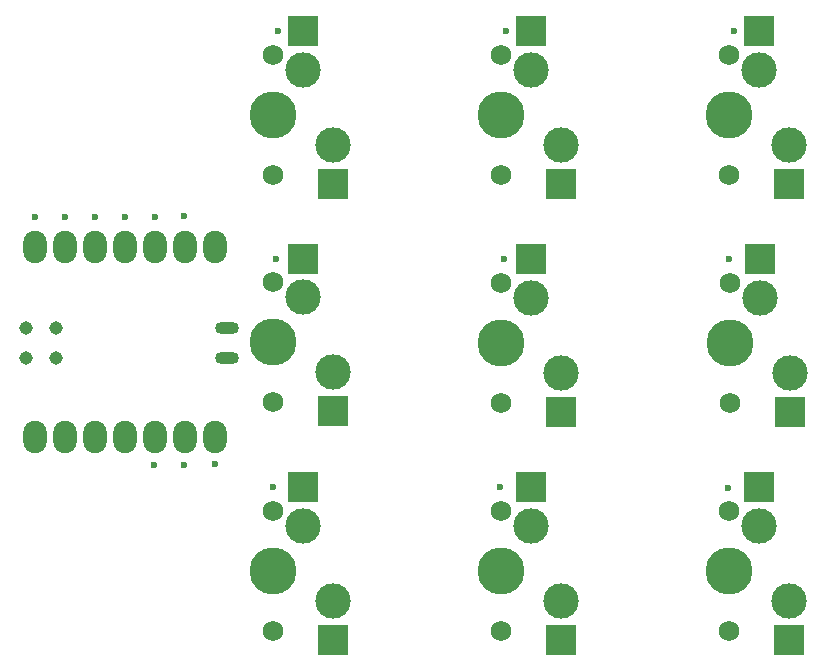
<source format=gbr>
G04 #@! TF.GenerationSoftware,KiCad,Pcbnew,8.0.6*
G04 #@! TF.CreationDate,2025-06-28T13:01:53+01:00*
G04 #@! TF.ProjectId,3x3,3378332e-6b69-4636-9164-5f7063625858,0.1*
G04 #@! TF.SameCoordinates,Original*
G04 #@! TF.FileFunction,Soldermask,Bot*
G04 #@! TF.FilePolarity,Negative*
%FSLAX46Y46*%
G04 Gerber Fmt 4.6, Leading zero omitted, Abs format (unit mm)*
G04 Created by KiCad (PCBNEW 8.0.6) date 2025-06-28 13:01:53*
%MOMM*%
%LPD*%
G01*
G04 APERTURE LIST*
%ADD10C,1.750000*%
%ADD11C,3.000000*%
%ADD12C,3.987800*%
%ADD13R,2.500000X2.550000*%
%ADD14O,1.998980X2.748280*%
%ADD15O,2.032000X1.016000*%
%ADD16C,1.143000*%
%ADD17C,0.600000*%
G04 APERTURE END LIST*
D10*
X114300000Y-33501000D03*
D11*
X116840000Y-34771000D03*
D12*
X114300000Y-38581000D03*
D11*
X119380000Y-41121000D03*
D10*
X114300000Y-43661000D03*
D13*
X116840000Y-31496000D03*
X119380000Y-44423000D03*
D10*
X133604000Y-72136000D03*
D11*
X136144000Y-73406000D03*
D12*
X133604000Y-77216000D03*
D11*
X138684000Y-79756000D03*
D10*
X133604000Y-82296000D03*
D13*
X136144000Y-70131000D03*
X138684000Y-83058000D03*
D10*
X114300000Y-72109000D03*
D11*
X116840000Y-73379000D03*
D12*
X114300000Y-77189000D03*
D11*
X119380000Y-79729000D03*
D10*
X114300000Y-82269000D03*
D13*
X116840000Y-70104000D03*
X119380000Y-83031000D03*
D10*
X133604000Y-33501000D03*
D11*
X136144000Y-34771000D03*
D12*
X133604000Y-38581000D03*
D11*
X138684000Y-41121000D03*
D10*
X133604000Y-43661000D03*
D13*
X136144000Y-31496000D03*
X138684000Y-44423000D03*
D10*
X94996000Y-72109000D03*
D11*
X97536000Y-73379000D03*
D12*
X94996000Y-77189000D03*
D11*
X100076000Y-79729000D03*
D10*
X94996000Y-82269000D03*
D13*
X97536000Y-70104000D03*
X100076000Y-83031000D03*
D10*
X133647066Y-52805000D03*
D11*
X136187066Y-54075000D03*
D12*
X133647066Y-57885000D03*
D11*
X138727066Y-60425000D03*
D10*
X133647066Y-62965000D03*
D13*
X136187066Y-50800000D03*
X138727066Y-63727000D03*
D10*
X94952934Y-33501000D03*
D11*
X97492934Y-34771000D03*
D12*
X94952934Y-38581000D03*
D11*
X100032934Y-41121000D03*
D10*
X94952934Y-43661000D03*
D13*
X97492934Y-31496000D03*
X100032934Y-44423000D03*
D10*
X94996000Y-52778000D03*
D11*
X97536000Y-54048000D03*
D12*
X94996000Y-57858000D03*
D11*
X100076000Y-60398000D03*
D10*
X94996000Y-62938000D03*
D13*
X97536000Y-50773000D03*
X100076000Y-63700000D03*
D10*
X114300000Y-52805000D03*
D11*
X116840000Y-54075000D03*
D12*
X114300000Y-57885000D03*
D11*
X119380000Y-60425000D03*
D10*
X114300000Y-62965000D03*
D13*
X116840000Y-50800000D03*
X119380000Y-63727000D03*
D14*
X74788490Y-49749710D03*
X77328490Y-49749710D03*
X79868490Y-49749710D03*
X82408490Y-49749710D03*
X84948490Y-49749710D03*
X87488490Y-49749710D03*
X90028490Y-49749710D03*
X90028490Y-65914270D03*
X87488490Y-65914270D03*
X84948490Y-65914270D03*
X82408490Y-65914270D03*
X79868490Y-65914270D03*
X77328490Y-65914270D03*
X74788490Y-65914270D03*
D15*
X91106310Y-56616590D03*
X91106310Y-59166590D03*
D16*
X74102123Y-56615393D03*
X74102123Y-59155393D03*
X76642123Y-56615393D03*
X76642123Y-59155393D03*
D17*
X95377000Y-31469000D03*
X79883000Y-47244000D03*
X133985000Y-31469000D03*
X74803000Y-47244000D03*
X95250000Y-50773000D03*
X82448400Y-47244000D03*
X114681000Y-31469000D03*
X77343000Y-47244000D03*
X133604000Y-50773000D03*
X87477600Y-47193200D03*
X84988400Y-47244000D03*
X114554000Y-50773000D03*
X94945200Y-70104000D03*
X84937600Y-68224400D03*
X114198400Y-70104000D03*
X87477600Y-68224400D03*
X90068400Y-68173600D03*
X133502400Y-70154800D03*
M02*

</source>
